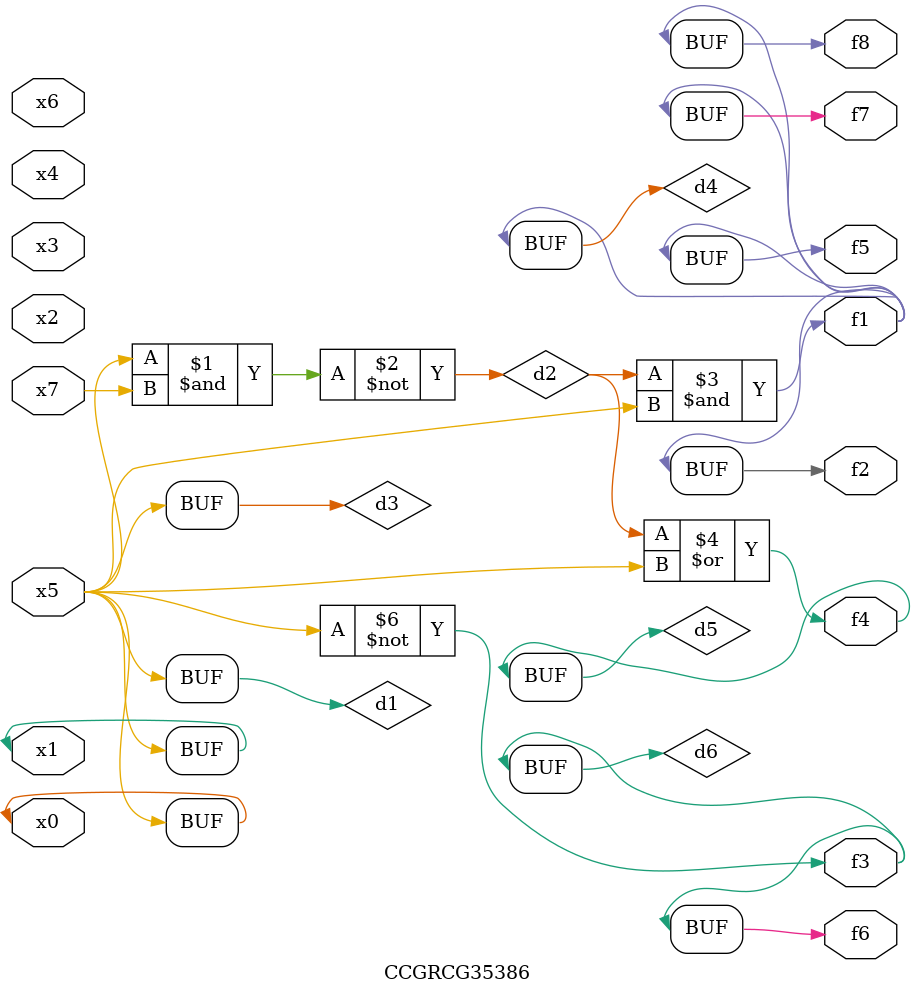
<source format=v>
module CCGRCG35386(
	input x0, x1, x2, x3, x4, x5, x6, x7,
	output f1, f2, f3, f4, f5, f6, f7, f8
);

	wire d1, d2, d3, d4, d5, d6;

	buf (d1, x0, x5);
	nand (d2, x5, x7);
	buf (d3, x0, x1);
	and (d4, d2, d3);
	or (d5, d2, d3);
	nor (d6, d1, d3);
	assign f1 = d4;
	assign f2 = d4;
	assign f3 = d6;
	assign f4 = d5;
	assign f5 = d4;
	assign f6 = d6;
	assign f7 = d4;
	assign f8 = d4;
endmodule

</source>
